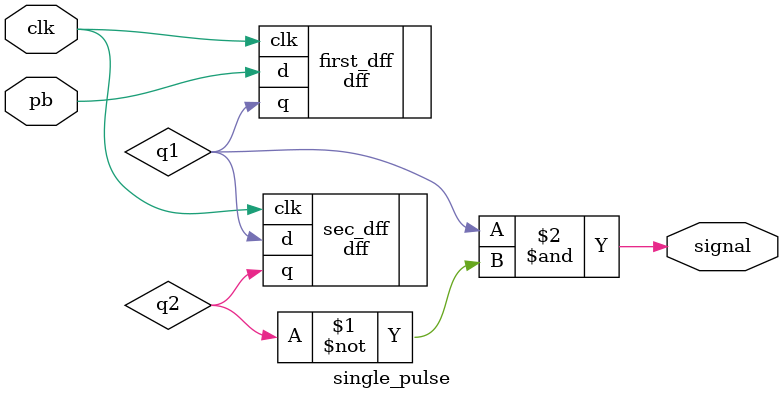
<source format=v>
`timescale 1ns / 1ps


module single_pulse(input clk, pb, output signal);
    wire q1, q2;
    assign signal = q1 & ~q2;
    dff first_dff (.clk(clk), .d(pb), .q(q1));
    dff sec_dff (.clk(clk), .d(q1), .q(q2));
endmodule

</source>
